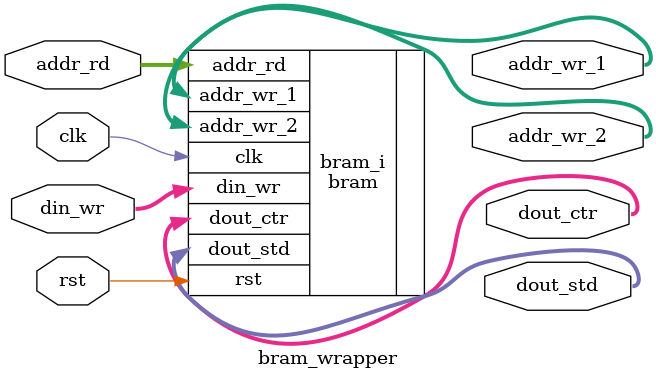
<source format=v>
`timescale 1 ps / 1 ps

module bram_wrapper
   (addr_rd,
    addr_wr_1,
    addr_wr_2,
    clk,
    din_wr,
    dout_ctr,
    dout_std,
    rst);
  input [31:0]addr_rd;
  output [31:0]addr_wr_1;
  output [31:0]addr_wr_2;
  input clk;
  input [31:0]din_wr;
  output [31:0]dout_ctr;
  output [31:0]dout_std;
  input rst;

  wire [31:0]addr_rd;
  wire [31:0]addr_wr_1;
  wire [31:0]addr_wr_2;
  wire clk;
  wire [31:0]din_wr;
  wire [31:0]dout_ctr;
  wire [31:0]dout_std;
  wire rst;

  bram bram_i
       (.addr_rd(addr_rd),
        .addr_wr_1(addr_wr_1),
        .addr_wr_2(addr_wr_2),
        .clk(clk),
        .din_wr(din_wr),
        .dout_ctr(dout_ctr),
        .dout_std(dout_std),
        .rst(rst));
endmodule

</source>
